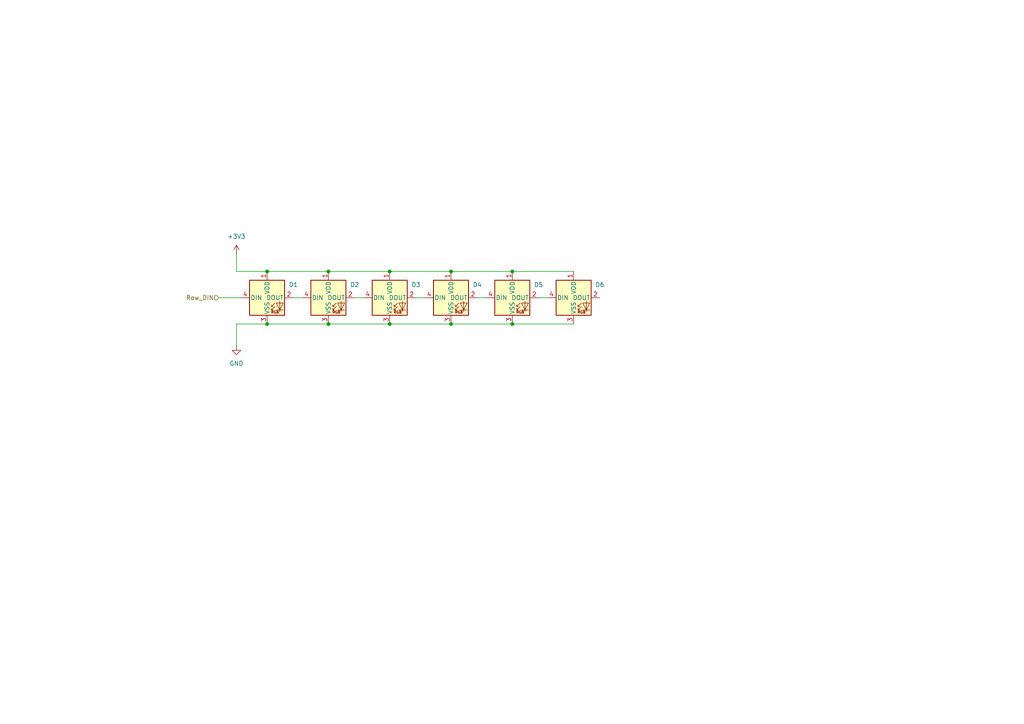
<source format=kicad_sch>
(kicad_sch (version 20231120) (generator "eeschema") (generator_version "8.0")
  (paper "A4")
  (lib_symbols
    (symbol "LED:WS2812B" (pin_names (offset 0.254))
      (property "Reference" "D" (at 5.08 5.715 0))
      (property "Value" "WS2812B" (at 1.27 -5.715 0))
      (symbol "WS2812B_0_0"
        (text "RGB" (at 2.286 -4.191 0) (effects (font (size 0.762 0.762))))
      )
      (symbol "WS2812B_0_1"
        (polyline (pts (xy 1.27 -3.556) (xy 1.778 -3.556)))
        (polyline (pts (xy 1.27 -2.54) (xy 1.778 -2.54)))
        (polyline (pts (xy 4.699 -3.556) (xy 2.667 -3.556)))
        (polyline (pts (xy 2.286 -2.54) (xy 1.27 -3.556) (xy 1.27 -3.048)))
        (polyline (pts (xy 2.286 -1.524) (xy 1.27 -2.54) (xy 1.27 -2.032)))
        (polyline (pts (xy 3.683 -1.016) (xy 3.683 -3.556) (xy 3.683 -4.064)))
        (polyline (pts (xy 4.699 -1.524) (xy 2.667 -1.524) (xy 3.683 -3.556) (xy 4.699 -1.524)))
        (rectangle (start 5.08 5.08) (end -5.08 -5.08) (stroke (width 0.254)) (fill (type background)))
      )
      (symbol "WS2812B_1_1"
        (pin power_in line (at 0 7.62 270) (length 2.54) (name "VDD") (number "1"))
        (pin output line (at 7.62 0 180) (length 2.54) (name "DOUT") (number "2"))
        (pin power_in line (at 0 -7.62 90) (length 2.54) (name "VSS") (number "3"))
        (pin input line (at -7.62 0 0) (length 2.54) (name "DIN") (number "4"))
      )
    )
    (symbol "power:+3V3" (power) (pin_numbers hide) (pin_names (offset 0) hide)
      (property "Value" "+3V3" (at 0 3.556 0))
      (symbol "+3V3_0_1"
        (polyline (pts (xy -0.762 1.27) (xy 0 2.54)))
        (polyline (pts (xy 0 0) (xy 0 2.54)))
        (polyline (pts (xy 0 2.54) (xy 0.762 1.27)))
      )
      (symbol "+3V3_1_1"
        (pin power_in line (at 0 0 90) (length 0) (name "~") (number "1"))
      )
    )
    (symbol "power:GND" (power) (pin_numbers hide) (pin_names (offset 0) hide)
      (property "Value" "GND" (at 0 -3.81 0))
      (symbol "GND_0_1"
        (polyline (pts (xy 0 0) (xy 0 -1.27) (xy 1.27 -1.27) (xy 0 -2.54) (xy -1.27 -1.27) (xy 0 -1.27)))
      )
      (symbol "GND_1_1"
        (pin power_in line (at 0 0 270) (length 0) (name "~") (number "1"))
      )
    )
  )
  (junction (at 95.25 93.98))
  (junction (at 77.47 93.98))
  (junction (at 148.59 78.74))
  (junction (at 130.81 78.74))
  (junction (at 113.03 93.98))
  (junction (at 95.25 78.74))
  (junction (at 148.59 93.98))
  (junction (at 77.47 78.74))
  (junction (at 113.03 78.74))
  (junction (at 130.81 93.98))
  (wire (pts (xy 68.58 78.74) (xy 77.47 78.74)))
  (wire (pts (xy 77.47 93.98) (xy 95.25 93.98)))
  (wire (pts (xy 68.58 73.66) (xy 68.58 78.74)))
  (wire (pts (xy 113.03 93.98) (xy 130.81 93.98)))
  (wire (pts (xy 77.47 78.74) (xy 95.25 78.74)))
  (wire (pts (xy 148.59 93.98) (xy 166.37 93.98)))
  (wire (pts (xy 63.5 86.36) (xy 69.85 86.36)))
  (wire (pts (xy 102.87 86.36) (xy 105.41 86.36)))
  (wire (pts (xy 148.59 78.74) (xy 166.37 78.74)))
  (wire (pts (xy 95.25 78.74) (xy 113.03 78.74)))
  (wire (pts (xy 130.81 93.98) (xy 148.59 93.98)))
  (wire (pts (xy 120.65 86.36) (xy 123.19 86.36)))
  (wire (pts (xy 68.58 100.33) (xy 68.58 93.98)))
  (wire (pts (xy 130.81 78.74) (xy 148.59 78.74)))
  (wire (pts (xy 85.09 86.36) (xy 87.63 86.36)))
  (wire (pts (xy 138.43 86.36) (xy 140.97 86.36)))
  (wire (pts (xy 68.58 93.98) (xy 77.47 93.98)))
  (wire (pts (xy 113.03 78.74) (xy 130.81 78.74)))
  (wire (pts (xy 156.21 86.36) (xy 158.75 86.36)))
  (wire (pts (xy 95.25 93.98) (xy 113.03 93.98)))
  (hierarchical_label "Row_DIN" (shape input) (at 63.5 86.36 180))
  (symbol (lib_id "LED:WS2812B") (at 95.25 86.36 0) (unit 1)
    (property "Reference" "D2" (at 102.87 82.5814 0))
    (property "Value" "WS2812B" (effects (hide yes)))
    (property "Footprint" "LED_SMD:LED_WS2812B_PLCC4_5.0x5.0mm_P3.2mm" (effects (hide yes)))
    (property "Datasheet" "https://cdn-shop.adafruit.com/datasheets/WS2812B.pdf" (effects (hide yes)))
    (property "Description" "RGB LED with integrated controller" (effects (hide yes)))
  )
  (symbol (lib_id "LED:WS2812B") (at 113.03 86.36 0) (unit 1)
    (property "Reference" "D3" (at 120.65 82.5814 0))
    (property "Value" "WS2812B" (effects (hide yes)))
    (property "Footprint" "LED_SMD:LED_WS2812B_PLCC4_5.0x5.0mm_P3.2mm" (effects (hide yes)))
    (property "Datasheet" "https://cdn-shop.adafruit.com/datasheets/WS2812B.pdf" (effects (hide yes)))
    (property "Description" "RGB LED with integrated controller" (effects (hide yes)))
  )
  (symbol (lib_id "LED:WS2812B") (at 148.59 86.36 0) (unit 1)
    (property "Reference" "D5" (at 156.21 82.5814 0))
    (property "Value" "WS2812B" (effects (hide yes)))
    (property "Footprint" "LED_SMD:LED_WS2812B_PLCC4_5.0x5.0mm_P3.2mm" (effects (hide yes)))
    (property "Datasheet" "https://cdn-shop.adafruit.com/datasheets/WS2812B.pdf" (effects (hide yes)))
    (property "Description" "RGB LED with integrated controller" (effects (hide yes)))
  )
  (symbol (lib_id "power:GND") (at 68.58 100.33 0) (unit 1)
    (property "Reference" "#PWR04" (effects (hide yes)))
    (property "Value" "GND" (at 68.58 105.41 0))
    (property "Description" "Power symbol creates a global label with name \"GND\" , ground" (effects (hide yes)))
  )
  (symbol (lib_id "power:+3V3") (at 68.58 73.66 0) (unit 1)
    (property "Reference" "#PWR03" (effects (hide yes)))
    (property "Value" "+3V3" (at 68.58 68.58 0))
    (property "Description" "Power symbol creates a global label with name \"+3V3\"" (effects (hide yes)))
  )
  (symbol (lib_id "LED:WS2812B") (at 77.47 86.36 0) (unit 1)
    (property "Reference" "D1" (at 85.09 82.5814 0))
    (property "Value" "WS2812B" (effects (hide yes)))
    (property "Footprint" "LED_SMD:LED_WS2812B_PLCC4_5.0x5.0mm_P3.2mm" (effects (hide yes)))
    (property "Datasheet" "https://cdn-shop.adafruit.com/datasheets/WS2812B.pdf" (effects (hide yes)))
    (property "Description" "RGB LED with integrated controller" (effects (hide yes)))
  )
  (symbol (lib_id "LED:WS2812B") (at 166.37 86.36 0) (unit 1)
    (property "Reference" "D6" (at 173.99 82.5814 0))
    (property "Value" "WS2812B" (effects (hide yes)))
    (property "Footprint" "LED_SMD:LED_WS2812B_PLCC4_5.0x5.0mm_P3.2mm" (effects (hide yes)))
    (property "Datasheet" "https://cdn-shop.adafruit.com/datasheets/WS2812B.pdf" (effects (hide yes)))
    (property "Description" "RGB LED with integrated controller" (effects (hide yes)))
  )
  (symbol (lib_id "LED:WS2812B") (at 130.81 86.36 0) (unit 1)
    (property "Reference" "D4" (at 138.43 82.5814 0))
    (property "Value" "WS2812B" (effects (hide yes)))
    (property "Footprint" "LED_SMD:LED_WS2812B_PLCC4_5.0x5.0mm_P3.2mm" (effects (hide yes)))
    (property "Datasheet" "https://cdn-shop.adafruit.com/datasheets/WS2812B.pdf" (effects (hide yes)))
    (property "Description" "RGB LED with integrated controller" (effects (hide yes)))
  )
)
</source>
